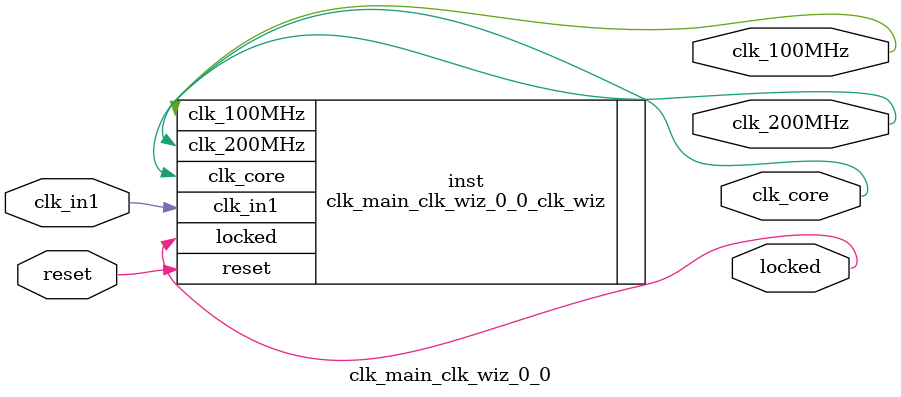
<source format=v>


`timescale 1ps/1ps

(* CORE_GENERATION_INFO = "clk_main_clk_wiz_0_0,clk_wiz_v6_0_0_0,{component_name=clk_main_clk_wiz_0_0,use_phase_alignment=true,use_min_o_jitter=false,use_max_i_jitter=false,use_dyn_phase_shift=false,use_inclk_switchover=false,use_dyn_reconfig=false,enable_axi=0,feedback_source=FDBK_AUTO,PRIMITIVE=MMCM,num_out_clk=3,clkin1_period=10.000,clkin2_period=10.000,use_power_down=false,use_reset=true,use_locked=true,use_inclk_stopped=false,feedback_type=SINGLE,CLOCK_MGR_TYPE=NA,manual_override=false}" *)

module clk_main_clk_wiz_0_0 
 (
  // Clock out ports
  output        clk_100MHz,
  output        clk_200MHz,
  output        clk_core,
  // Status and control signals
  input         reset,
  output        locked,
 // Clock in ports
  input         clk_in1
 );

  clk_main_clk_wiz_0_0_clk_wiz inst
  (
  // Clock out ports  
  .clk_100MHz(clk_100MHz),
  .clk_200MHz(clk_200MHz),
  .clk_core(clk_core),
  // Status and control signals               
  .reset(reset), 
  .locked(locked),
 // Clock in ports
  .clk_in1(clk_in1)
  );

endmodule

</source>
